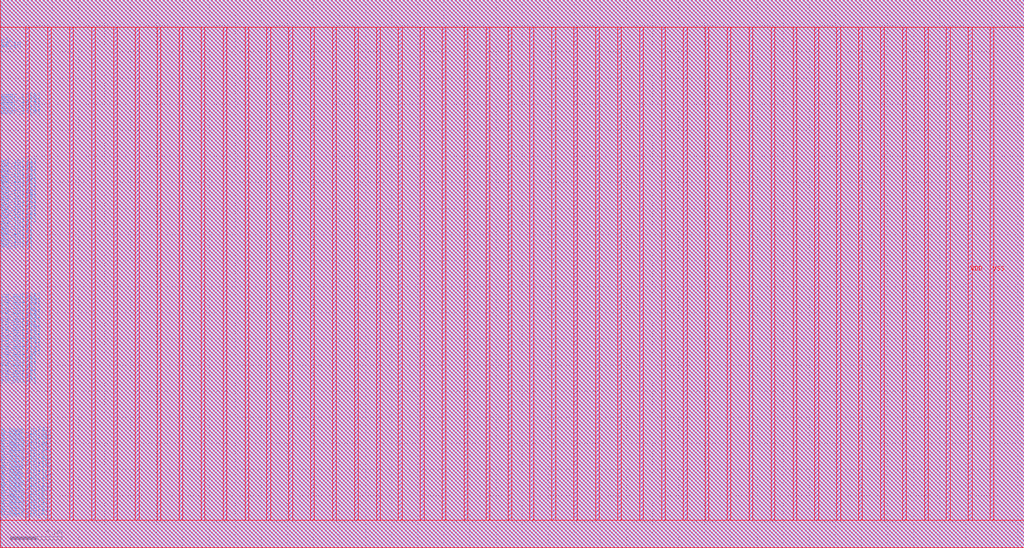
<source format=lef>
VERSION 5.7 ;
BUSBITCHARS "[]" ;
MACRO fakeram45_128x32
  FOREIGN fakeram45_128x32 0 0 ;
  SYMMETRY X Y R90 ;
  SIZE 78.470 BY 42.000 ;
  CLASS BLOCK ;
  PIN w_mask_in[0]
    DIRECTION INPUT ;
    USE SIGNAL ;
    SHAPE ABUTMENT ;
    PORT
      LAYER metal3 ;
      RECT 0.000 2.100 0.070 2.170 ;
    END
  END w_mask_in[0]
  PIN w_mask_in[1]
    DIRECTION INPUT ;
    USE SIGNAL ;
    SHAPE ABUTMENT ;
    PORT
      LAYER metal3 ;
      RECT 0.000 2.310 0.070 2.380 ;
    END
  END w_mask_in[1]
  PIN w_mask_in[2]
    DIRECTION INPUT ;
    USE SIGNAL ;
    SHAPE ABUTMENT ;
    PORT
      LAYER metal3 ;
      RECT 0.000 2.520 0.070 2.590 ;
    END
  END w_mask_in[2]
  PIN w_mask_in[3]
    DIRECTION INPUT ;
    USE SIGNAL ;
    SHAPE ABUTMENT ;
    PORT
      LAYER metal3 ;
      RECT 0.000 2.730 0.070 2.800 ;
    END
  END w_mask_in[3]
  PIN w_mask_in[4]
    DIRECTION INPUT ;
    USE SIGNAL ;
    SHAPE ABUTMENT ;
    PORT
      LAYER metal3 ;
      RECT 0.000 2.940 0.070 3.010 ;
    END
  END w_mask_in[4]
  PIN w_mask_in[5]
    DIRECTION INPUT ;
    USE SIGNAL ;
    SHAPE ABUTMENT ;
    PORT
      LAYER metal3 ;
      RECT 0.000 3.150 0.070 3.220 ;
    END
  END w_mask_in[5]
  PIN w_mask_in[6]
    DIRECTION INPUT ;
    USE SIGNAL ;
    SHAPE ABUTMENT ;
    PORT
      LAYER metal3 ;
      RECT 0.000 3.360 0.070 3.430 ;
    END
  END w_mask_in[6]
  PIN w_mask_in[7]
    DIRECTION INPUT ;
    USE SIGNAL ;
    SHAPE ABUTMENT ;
    PORT
      LAYER metal3 ;
      RECT 0.000 3.570 0.070 3.640 ;
    END
  END w_mask_in[7]
  PIN w_mask_in[8]
    DIRECTION INPUT ;
    USE SIGNAL ;
    SHAPE ABUTMENT ;
    PORT
      LAYER metal3 ;
      RECT 0.000 3.780 0.070 3.850 ;
    END
  END w_mask_in[8]
  PIN w_mask_in[9]
    DIRECTION INPUT ;
    USE SIGNAL ;
    SHAPE ABUTMENT ;
    PORT
      LAYER metal3 ;
      RECT 0.000 3.990 0.070 4.060 ;
    END
  END w_mask_in[9]
  PIN w_mask_in[10]
    DIRECTION INPUT ;
    USE SIGNAL ;
    SHAPE ABUTMENT ;
    PORT
      LAYER metal3 ;
      RECT 0.000 4.200 0.070 4.270 ;
    END
  END w_mask_in[10]
  PIN w_mask_in[11]
    DIRECTION INPUT ;
    USE SIGNAL ;
    SHAPE ABUTMENT ;
    PORT
      LAYER metal3 ;
      RECT 0.000 4.410 0.070 4.480 ;
    END
  END w_mask_in[11]
  PIN w_mask_in[12]
    DIRECTION INPUT ;
    USE SIGNAL ;
    SHAPE ABUTMENT ;
    PORT
      LAYER metal3 ;
      RECT 0.000 4.620 0.070 4.690 ;
    END
  END w_mask_in[12]
  PIN w_mask_in[13]
    DIRECTION INPUT ;
    USE SIGNAL ;
    SHAPE ABUTMENT ;
    PORT
      LAYER metal3 ;
      RECT 0.000 4.830 0.070 4.900 ;
    END
  END w_mask_in[13]
  PIN w_mask_in[14]
    DIRECTION INPUT ;
    USE SIGNAL ;
    SHAPE ABUTMENT ;
    PORT
      LAYER metal3 ;
      RECT 0.000 5.040 0.070 5.110 ;
    END
  END w_mask_in[14]
  PIN w_mask_in[15]
    DIRECTION INPUT ;
    USE SIGNAL ;
    SHAPE ABUTMENT ;
    PORT
      LAYER metal3 ;
      RECT 0.000 5.250 0.070 5.320 ;
    END
  END w_mask_in[15]
  PIN w_mask_in[16]
    DIRECTION INPUT ;
    USE SIGNAL ;
    SHAPE ABUTMENT ;
    PORT
      LAYER metal3 ;
      RECT 0.000 5.460 0.070 5.530 ;
    END
  END w_mask_in[16]
  PIN w_mask_in[17]
    DIRECTION INPUT ;
    USE SIGNAL ;
    SHAPE ABUTMENT ;
    PORT
      LAYER metal3 ;
      RECT 0.000 5.670 0.070 5.740 ;
    END
  END w_mask_in[17]
  PIN w_mask_in[18]
    DIRECTION INPUT ;
    USE SIGNAL ;
    SHAPE ABUTMENT ;
    PORT
      LAYER metal3 ;
      RECT 0.000 5.880 0.070 5.950 ;
    END
  END w_mask_in[18]
  PIN w_mask_in[19]
    DIRECTION INPUT ;
    USE SIGNAL ;
    SHAPE ABUTMENT ;
    PORT
      LAYER metal3 ;
      RECT 0.000 6.090 0.070 6.160 ;
    END
  END w_mask_in[19]
  PIN w_mask_in[20]
    DIRECTION INPUT ;
    USE SIGNAL ;
    SHAPE ABUTMENT ;
    PORT
      LAYER metal3 ;
      RECT 0.000 6.300 0.070 6.370 ;
    END
  END w_mask_in[20]
  PIN w_mask_in[21]
    DIRECTION INPUT ;
    USE SIGNAL ;
    SHAPE ABUTMENT ;
    PORT
      LAYER metal3 ;
      RECT 0.000 6.510 0.070 6.580 ;
    END
  END w_mask_in[21]
  PIN w_mask_in[22]
    DIRECTION INPUT ;
    USE SIGNAL ;
    SHAPE ABUTMENT ;
    PORT
      LAYER metal3 ;
      RECT 0.000 6.720 0.070 6.790 ;
    END
  END w_mask_in[22]
  PIN w_mask_in[23]
    DIRECTION INPUT ;
    USE SIGNAL ;
    SHAPE ABUTMENT ;
    PORT
      LAYER metal3 ;
      RECT 0.000 6.930 0.070 7.000 ;
    END
  END w_mask_in[23]
  PIN w_mask_in[24]
    DIRECTION INPUT ;
    USE SIGNAL ;
    SHAPE ABUTMENT ;
    PORT
      LAYER metal3 ;
      RECT 0.000 7.140 0.070 7.210 ;
    END
  END w_mask_in[24]
  PIN w_mask_in[25]
    DIRECTION INPUT ;
    USE SIGNAL ;
    SHAPE ABUTMENT ;
    PORT
      LAYER metal3 ;
      RECT 0.000 7.350 0.070 7.420 ;
    END
  END w_mask_in[25]
  PIN w_mask_in[26]
    DIRECTION INPUT ;
    USE SIGNAL ;
    SHAPE ABUTMENT ;
    PORT
      LAYER metal3 ;
      RECT 0.000 7.560 0.070 7.630 ;
    END
  END w_mask_in[26]
  PIN w_mask_in[27]
    DIRECTION INPUT ;
    USE SIGNAL ;
    SHAPE ABUTMENT ;
    PORT
      LAYER metal3 ;
      RECT 0.000 7.770 0.070 7.840 ;
    END
  END w_mask_in[27]
  PIN w_mask_in[28]
    DIRECTION INPUT ;
    USE SIGNAL ;
    SHAPE ABUTMENT ;
    PORT
      LAYER metal3 ;
      RECT 0.000 7.980 0.070 8.050 ;
    END
  END w_mask_in[28]
  PIN w_mask_in[29]
    DIRECTION INPUT ;
    USE SIGNAL ;
    SHAPE ABUTMENT ;
    PORT
      LAYER metal3 ;
      RECT 0.000 8.190 0.070 8.260 ;
    END
  END w_mask_in[29]
  PIN w_mask_in[30]
    DIRECTION INPUT ;
    USE SIGNAL ;
    SHAPE ABUTMENT ;
    PORT
      LAYER metal3 ;
      RECT 0.000 8.400 0.070 8.470 ;
    END
  END w_mask_in[30]
  PIN w_mask_in[31]
    DIRECTION INPUT ;
    USE SIGNAL ;
    SHAPE ABUTMENT ;
    PORT
      LAYER metal3 ;
      RECT 0.000 8.610 0.070 8.680 ;
    END
  END w_mask_in[31]
  PIN rd_out[0]
    DIRECTION OUTPUT ;
    USE SIGNAL ;
    SHAPE ABUTMENT ;
    PORT
      LAYER metal3 ;
      RECT 0.000 12.390 0.070 12.460 ;
    END
  END rd_out[0]
  PIN rd_out[1]
    DIRECTION OUTPUT ;
    USE SIGNAL ;
    SHAPE ABUTMENT ;
    PORT
      LAYER metal3 ;
      RECT 0.000 12.600 0.070 12.670 ;
    END
  END rd_out[1]
  PIN rd_out[2]
    DIRECTION OUTPUT ;
    USE SIGNAL ;
    SHAPE ABUTMENT ;
    PORT
      LAYER metal3 ;
      RECT 0.000 12.810 0.070 12.880 ;
    END
  END rd_out[2]
  PIN rd_out[3]
    DIRECTION OUTPUT ;
    USE SIGNAL ;
    SHAPE ABUTMENT ;
    PORT
      LAYER metal3 ;
      RECT 0.000 13.020 0.070 13.090 ;
    END
  END rd_out[3]
  PIN rd_out[4]
    DIRECTION OUTPUT ;
    USE SIGNAL ;
    SHAPE ABUTMENT ;
    PORT
      LAYER metal3 ;
      RECT 0.000 13.230 0.070 13.300 ;
    END
  END rd_out[4]
  PIN rd_out[5]
    DIRECTION OUTPUT ;
    USE SIGNAL ;
    SHAPE ABUTMENT ;
    PORT
      LAYER metal3 ;
      RECT 0.000 13.440 0.070 13.510 ;
    END
  END rd_out[5]
  PIN rd_out[6]
    DIRECTION OUTPUT ;
    USE SIGNAL ;
    SHAPE ABUTMENT ;
    PORT
      LAYER metal3 ;
      RECT 0.000 13.650 0.070 13.720 ;
    END
  END rd_out[6]
  PIN rd_out[7]
    DIRECTION OUTPUT ;
    USE SIGNAL ;
    SHAPE ABUTMENT ;
    PORT
      LAYER metal3 ;
      RECT 0.000 13.860 0.070 13.930 ;
    END
  END rd_out[7]
  PIN rd_out[8]
    DIRECTION OUTPUT ;
    USE SIGNAL ;
    SHAPE ABUTMENT ;
    PORT
      LAYER metal3 ;
      RECT 0.000 14.070 0.070 14.140 ;
    END
  END rd_out[8]
  PIN rd_out[9]
    DIRECTION OUTPUT ;
    USE SIGNAL ;
    SHAPE ABUTMENT ;
    PORT
      LAYER metal3 ;
      RECT 0.000 14.280 0.070 14.350 ;
    END
  END rd_out[9]
  PIN rd_out[10]
    DIRECTION OUTPUT ;
    USE SIGNAL ;
    SHAPE ABUTMENT ;
    PORT
      LAYER metal3 ;
      RECT 0.000 14.490 0.070 14.560 ;
    END
  END rd_out[10]
  PIN rd_out[11]
    DIRECTION OUTPUT ;
    USE SIGNAL ;
    SHAPE ABUTMENT ;
    PORT
      LAYER metal3 ;
      RECT 0.000 14.700 0.070 14.770 ;
    END
  END rd_out[11]
  PIN rd_out[12]
    DIRECTION OUTPUT ;
    USE SIGNAL ;
    SHAPE ABUTMENT ;
    PORT
      LAYER metal3 ;
      RECT 0.000 14.910 0.070 14.980 ;
    END
  END rd_out[12]
  PIN rd_out[13]
    DIRECTION OUTPUT ;
    USE SIGNAL ;
    SHAPE ABUTMENT ;
    PORT
      LAYER metal3 ;
      RECT 0.000 15.120 0.070 15.190 ;
    END
  END rd_out[13]
  PIN rd_out[14]
    DIRECTION OUTPUT ;
    USE SIGNAL ;
    SHAPE ABUTMENT ;
    PORT
      LAYER metal3 ;
      RECT 0.000 15.330 0.070 15.400 ;
    END
  END rd_out[14]
  PIN rd_out[15]
    DIRECTION OUTPUT ;
    USE SIGNAL ;
    SHAPE ABUTMENT ;
    PORT
      LAYER metal3 ;
      RECT 0.000 15.540 0.070 15.610 ;
    END
  END rd_out[15]
  PIN rd_out[16]
    DIRECTION OUTPUT ;
    USE SIGNAL ;
    SHAPE ABUTMENT ;
    PORT
      LAYER metal3 ;
      RECT 0.000 15.750 0.070 15.820 ;
    END
  END rd_out[16]
  PIN rd_out[17]
    DIRECTION OUTPUT ;
    USE SIGNAL ;
    SHAPE ABUTMENT ;
    PORT
      LAYER metal3 ;
      RECT 0.000 15.960 0.070 16.030 ;
    END
  END rd_out[17]
  PIN rd_out[18]
    DIRECTION OUTPUT ;
    USE SIGNAL ;
    SHAPE ABUTMENT ;
    PORT
      LAYER metal3 ;
      RECT 0.000 16.170 0.070 16.240 ;
    END
  END rd_out[18]
  PIN rd_out[19]
    DIRECTION OUTPUT ;
    USE SIGNAL ;
    SHAPE ABUTMENT ;
    PORT
      LAYER metal3 ;
      RECT 0.000 16.380 0.070 16.450 ;
    END
  END rd_out[19]
  PIN rd_out[20]
    DIRECTION OUTPUT ;
    USE SIGNAL ;
    SHAPE ABUTMENT ;
    PORT
      LAYER metal3 ;
      RECT 0.000 16.590 0.070 16.660 ;
    END
  END rd_out[20]
  PIN rd_out[21]
    DIRECTION OUTPUT ;
    USE SIGNAL ;
    SHAPE ABUTMENT ;
    PORT
      LAYER metal3 ;
      RECT 0.000 16.800 0.070 16.870 ;
    END
  END rd_out[21]
  PIN rd_out[22]
    DIRECTION OUTPUT ;
    USE SIGNAL ;
    SHAPE ABUTMENT ;
    PORT
      LAYER metal3 ;
      RECT 0.000 17.010 0.070 17.080 ;
    END
  END rd_out[22]
  PIN rd_out[23]
    DIRECTION OUTPUT ;
    USE SIGNAL ;
    SHAPE ABUTMENT ;
    PORT
      LAYER metal3 ;
      RECT 0.000 17.220 0.070 17.290 ;
    END
  END rd_out[23]
  PIN rd_out[24]
    DIRECTION OUTPUT ;
    USE SIGNAL ;
    SHAPE ABUTMENT ;
    PORT
      LAYER metal3 ;
      RECT 0.000 17.430 0.070 17.500 ;
    END
  END rd_out[24]
  PIN rd_out[25]
    DIRECTION OUTPUT ;
    USE SIGNAL ;
    SHAPE ABUTMENT ;
    PORT
      LAYER metal3 ;
      RECT 0.000 17.640 0.070 17.710 ;
    END
  END rd_out[25]
  PIN rd_out[26]
    DIRECTION OUTPUT ;
    USE SIGNAL ;
    SHAPE ABUTMENT ;
    PORT
      LAYER metal3 ;
      RECT 0.000 17.850 0.070 17.920 ;
    END
  END rd_out[26]
  PIN rd_out[27]
    DIRECTION OUTPUT ;
    USE SIGNAL ;
    SHAPE ABUTMENT ;
    PORT
      LAYER metal3 ;
      RECT 0.000 18.060 0.070 18.130 ;
    END
  END rd_out[27]
  PIN rd_out[28]
    DIRECTION OUTPUT ;
    USE SIGNAL ;
    SHAPE ABUTMENT ;
    PORT
      LAYER metal3 ;
      RECT 0.000 18.270 0.070 18.340 ;
    END
  END rd_out[28]
  PIN rd_out[29]
    DIRECTION OUTPUT ;
    USE SIGNAL ;
    SHAPE ABUTMENT ;
    PORT
      LAYER metal3 ;
      RECT 0.000 18.480 0.070 18.550 ;
    END
  END rd_out[29]
  PIN rd_out[30]
    DIRECTION OUTPUT ;
    USE SIGNAL ;
    SHAPE ABUTMENT ;
    PORT
      LAYER metal3 ;
      RECT 0.000 18.690 0.070 18.760 ;
    END
  END rd_out[30]
  PIN rd_out[31]
    DIRECTION OUTPUT ;
    USE SIGNAL ;
    SHAPE ABUTMENT ;
    PORT
      LAYER metal3 ;
      RECT 0.000 18.900 0.070 18.970 ;
    END
  END rd_out[31]
  PIN wd_in[0]
    DIRECTION INPUT ;
    USE SIGNAL ;
    SHAPE ABUTMENT ;
    PORT
      LAYER metal3 ;
      RECT 0.000 22.680 0.070 22.750 ;
    END
  END wd_in[0]
  PIN wd_in[1]
    DIRECTION INPUT ;
    USE SIGNAL ;
    SHAPE ABUTMENT ;
    PORT
      LAYER metal3 ;
      RECT 0.000 22.890 0.070 22.960 ;
    END
  END wd_in[1]
  PIN wd_in[2]
    DIRECTION INPUT ;
    USE SIGNAL ;
    SHAPE ABUTMENT ;
    PORT
      LAYER metal3 ;
      RECT 0.000 23.100 0.070 23.170 ;
    END
  END wd_in[2]
  PIN wd_in[3]
    DIRECTION INPUT ;
    USE SIGNAL ;
    SHAPE ABUTMENT ;
    PORT
      LAYER metal3 ;
      RECT 0.000 23.310 0.070 23.380 ;
    END
  END wd_in[3]
  PIN wd_in[4]
    DIRECTION INPUT ;
    USE SIGNAL ;
    SHAPE ABUTMENT ;
    PORT
      LAYER metal3 ;
      RECT 0.000 23.520 0.070 23.590 ;
    END
  END wd_in[4]
  PIN wd_in[5]
    DIRECTION INPUT ;
    USE SIGNAL ;
    SHAPE ABUTMENT ;
    PORT
      LAYER metal3 ;
      RECT 0.000 23.730 0.070 23.800 ;
    END
  END wd_in[5]
  PIN wd_in[6]
    DIRECTION INPUT ;
    USE SIGNAL ;
    SHAPE ABUTMENT ;
    PORT
      LAYER metal3 ;
      RECT 0.000 23.940 0.070 24.010 ;
    END
  END wd_in[6]
  PIN wd_in[7]
    DIRECTION INPUT ;
    USE SIGNAL ;
    SHAPE ABUTMENT ;
    PORT
      LAYER metal3 ;
      RECT 0.000 24.150 0.070 24.220 ;
    END
  END wd_in[7]
  PIN wd_in[8]
    DIRECTION INPUT ;
    USE SIGNAL ;
    SHAPE ABUTMENT ;
    PORT
      LAYER metal3 ;
      RECT 0.000 24.360 0.070 24.430 ;
    END
  END wd_in[8]
  PIN wd_in[9]
    DIRECTION INPUT ;
    USE SIGNAL ;
    SHAPE ABUTMENT ;
    PORT
      LAYER metal3 ;
      RECT 0.000 24.570 0.070 24.640 ;
    END
  END wd_in[9]
  PIN wd_in[10]
    DIRECTION INPUT ;
    USE SIGNAL ;
    SHAPE ABUTMENT ;
    PORT
      LAYER metal3 ;
      RECT 0.000 24.780 0.070 24.850 ;
    END
  END wd_in[10]
  PIN wd_in[11]
    DIRECTION INPUT ;
    USE SIGNAL ;
    SHAPE ABUTMENT ;
    PORT
      LAYER metal3 ;
      RECT 0.000 24.990 0.070 25.060 ;
    END
  END wd_in[11]
  PIN wd_in[12]
    DIRECTION INPUT ;
    USE SIGNAL ;
    SHAPE ABUTMENT ;
    PORT
      LAYER metal3 ;
      RECT 0.000 25.200 0.070 25.270 ;
    END
  END wd_in[12]
  PIN wd_in[13]
    DIRECTION INPUT ;
    USE SIGNAL ;
    SHAPE ABUTMENT ;
    PORT
      LAYER metal3 ;
      RECT 0.000 25.410 0.070 25.480 ;
    END
  END wd_in[13]
  PIN wd_in[14]
    DIRECTION INPUT ;
    USE SIGNAL ;
    SHAPE ABUTMENT ;
    PORT
      LAYER metal3 ;
      RECT 0.000 25.620 0.070 25.690 ;
    END
  END wd_in[14]
  PIN wd_in[15]
    DIRECTION INPUT ;
    USE SIGNAL ;
    SHAPE ABUTMENT ;
    PORT
      LAYER metal3 ;
      RECT 0.000 25.830 0.070 25.900 ;
    END
  END wd_in[15]
  PIN wd_in[16]
    DIRECTION INPUT ;
    USE SIGNAL ;
    SHAPE ABUTMENT ;
    PORT
      LAYER metal3 ;
      RECT 0.000 26.040 0.070 26.110 ;
    END
  END wd_in[16]
  PIN wd_in[17]
    DIRECTION INPUT ;
    USE SIGNAL ;
    SHAPE ABUTMENT ;
    PORT
      LAYER metal3 ;
      RECT 0.000 26.250 0.070 26.320 ;
    END
  END wd_in[17]
  PIN wd_in[18]
    DIRECTION INPUT ;
    USE SIGNAL ;
    SHAPE ABUTMENT ;
    PORT
      LAYER metal3 ;
      RECT 0.000 26.460 0.070 26.530 ;
    END
  END wd_in[18]
  PIN wd_in[19]
    DIRECTION INPUT ;
    USE SIGNAL ;
    SHAPE ABUTMENT ;
    PORT
      LAYER metal3 ;
      RECT 0.000 26.670 0.070 26.740 ;
    END
  END wd_in[19]
  PIN wd_in[20]
    DIRECTION INPUT ;
    USE SIGNAL ;
    SHAPE ABUTMENT ;
    PORT
      LAYER metal3 ;
      RECT 0.000 26.880 0.070 26.950 ;
    END
  END wd_in[20]
  PIN wd_in[21]
    DIRECTION INPUT ;
    USE SIGNAL ;
    SHAPE ABUTMENT ;
    PORT
      LAYER metal3 ;
      RECT 0.000 27.090 0.070 27.160 ;
    END
  END wd_in[21]
  PIN wd_in[22]
    DIRECTION INPUT ;
    USE SIGNAL ;
    SHAPE ABUTMENT ;
    PORT
      LAYER metal3 ;
      RECT 0.000 27.300 0.070 27.370 ;
    END
  END wd_in[22]
  PIN wd_in[23]
    DIRECTION INPUT ;
    USE SIGNAL ;
    SHAPE ABUTMENT ;
    PORT
      LAYER metal3 ;
      RECT 0.000 27.510 0.070 27.580 ;
    END
  END wd_in[23]
  PIN wd_in[24]
    DIRECTION INPUT ;
    USE SIGNAL ;
    SHAPE ABUTMENT ;
    PORT
      LAYER metal3 ;
      RECT 0.000 27.720 0.070 27.790 ;
    END
  END wd_in[24]
  PIN wd_in[25]
    DIRECTION INPUT ;
    USE SIGNAL ;
    SHAPE ABUTMENT ;
    PORT
      LAYER metal3 ;
      RECT 0.000 27.930 0.070 28.000 ;
    END
  END wd_in[25]
  PIN wd_in[26]
    DIRECTION INPUT ;
    USE SIGNAL ;
    SHAPE ABUTMENT ;
    PORT
      LAYER metal3 ;
      RECT 0.000 28.140 0.070 28.210 ;
    END
  END wd_in[26]
  PIN wd_in[27]
    DIRECTION INPUT ;
    USE SIGNAL ;
    SHAPE ABUTMENT ;
    PORT
      LAYER metal3 ;
      RECT 0.000 28.350 0.070 28.420 ;
    END
  END wd_in[27]
  PIN wd_in[28]
    DIRECTION INPUT ;
    USE SIGNAL ;
    SHAPE ABUTMENT ;
    PORT
      LAYER metal3 ;
      RECT 0.000 28.560 0.070 28.630 ;
    END
  END wd_in[28]
  PIN wd_in[29]
    DIRECTION INPUT ;
    USE SIGNAL ;
    SHAPE ABUTMENT ;
    PORT
      LAYER metal3 ;
      RECT 0.000 28.770 0.070 28.840 ;
    END
  END wd_in[29]
  PIN wd_in[30]
    DIRECTION INPUT ;
    USE SIGNAL ;
    SHAPE ABUTMENT ;
    PORT
      LAYER metal3 ;
      RECT 0.000 28.980 0.070 29.050 ;
    END
  END wd_in[30]
  PIN wd_in[31]
    DIRECTION INPUT ;
    USE SIGNAL ;
    SHAPE ABUTMENT ;
    PORT
      LAYER metal3 ;
      RECT 0.000 29.190 0.070 29.260 ;
    END
  END wd_in[31]
  PIN addr_in[0]
    DIRECTION INPUT ;
    USE SIGNAL ;
    SHAPE ABUTMENT ;
    PORT
      LAYER metal3 ;
      RECT 0.000 32.970 0.070 33.040 ;
    END
  END addr_in[0]
  PIN addr_in[1]
    DIRECTION INPUT ;
    USE SIGNAL ;
    SHAPE ABUTMENT ;
    PORT
      LAYER metal3 ;
      RECT 0.000 33.180 0.070 33.250 ;
    END
  END addr_in[1]
  PIN addr_in[2]
    DIRECTION INPUT ;
    USE SIGNAL ;
    SHAPE ABUTMENT ;
    PORT
      LAYER metal3 ;
      RECT 0.000 33.390 0.070 33.460 ;
    END
  END addr_in[2]
  PIN addr_in[3]
    DIRECTION INPUT ;
    USE SIGNAL ;
    SHAPE ABUTMENT ;
    PORT
      LAYER metal3 ;
      RECT 0.000 33.600 0.070 33.670 ;
    END
  END addr_in[3]
  PIN addr_in[4]
    DIRECTION INPUT ;
    USE SIGNAL ;
    SHAPE ABUTMENT ;
    PORT
      LAYER metal3 ;
      RECT 0.000 33.810 0.070 33.880 ;
    END
  END addr_in[4]
  PIN addr_in[5]
    DIRECTION INPUT ;
    USE SIGNAL ;
    SHAPE ABUTMENT ;
    PORT
      LAYER metal3 ;
      RECT 0.000 34.020 0.070 34.090 ;
    END
  END addr_in[5]
  PIN addr_in[6]
    DIRECTION INPUT ;
    USE SIGNAL ;
    SHAPE ABUTMENT ;
    PORT
      LAYER metal3 ;
      RECT 0.000 34.230 0.070 34.300 ;
    END
  END addr_in[6]
  PIN we_in
    DIRECTION INPUT ;
    USE SIGNAL ;
    SHAPE ABUTMENT ;
    PORT
      LAYER metal3 ;
      RECT 0.000 38.010 0.070 38.080 ;
    END
  END we_in
  PIN ce_in
    DIRECTION INPUT ;
    USE SIGNAL ;
    SHAPE ABUTMENT ;
    PORT
      LAYER metal3 ;
      RECT 0.000 38.220 0.070 38.290 ;
    END
  END ce_in
  PIN clk
    DIRECTION INPUT ;
    USE SIGNAL ;
    SHAPE ABUTMENT ;
    PORT
      LAYER metal3 ;
      RECT 0.000 38.430 0.070 38.500 ;
    END
  END clk
  PIN VSS
    DIRECTION INOUT ;
    USE GROUND ;
    PORT
      LAYER metal4 ;
      RECT 1.960 2.100 2.240 39.900 ;
      RECT 5.320 2.100 5.600 39.900 ;
      RECT 8.680 2.100 8.960 39.900 ;
      RECT 12.040 2.100 12.320 39.900 ;
      RECT 15.400 2.100 15.680 39.900 ;
      RECT 18.760 2.100 19.040 39.900 ;
      RECT 22.120 2.100 22.400 39.900 ;
      RECT 25.480 2.100 25.760 39.900 ;
      RECT 28.840 2.100 29.120 39.900 ;
      RECT 32.200 2.100 32.480 39.900 ;
      RECT 35.560 2.100 35.840 39.900 ;
      RECT 38.920 2.100 39.200 39.900 ;
      RECT 42.280 2.100 42.560 39.900 ;
      RECT 45.640 2.100 45.920 39.900 ;
      RECT 49.000 2.100 49.280 39.900 ;
      RECT 52.360 2.100 52.640 39.900 ;
      RECT 55.720 2.100 56.000 39.900 ;
      RECT 59.080 2.100 59.360 39.900 ;
      RECT 62.440 2.100 62.720 39.900 ;
      RECT 65.800 2.100 66.080 39.900 ;
      RECT 69.160 2.100 69.440 39.900 ;
      RECT 72.520 2.100 72.800 39.900 ;
      RECT 75.880 2.100 76.160 39.900 ;
    END
  END VSS
  PIN VDD
    DIRECTION INOUT ;
    USE POWER ;
    PORT
      LAYER metal4 ;
      RECT 3.640 2.100 3.920 39.900 ;
      RECT 7.000 2.100 7.280 39.900 ;
      RECT 10.360 2.100 10.640 39.900 ;
      RECT 13.720 2.100 14.000 39.900 ;
      RECT 17.080 2.100 17.360 39.900 ;
      RECT 20.440 2.100 20.720 39.900 ;
      RECT 23.800 2.100 24.080 39.900 ;
      RECT 27.160 2.100 27.440 39.900 ;
      RECT 30.520 2.100 30.800 39.900 ;
      RECT 33.880 2.100 34.160 39.900 ;
      RECT 37.240 2.100 37.520 39.900 ;
      RECT 40.600 2.100 40.880 39.900 ;
      RECT 43.960 2.100 44.240 39.900 ;
      RECT 47.320 2.100 47.600 39.900 ;
      RECT 50.680 2.100 50.960 39.900 ;
      RECT 54.040 2.100 54.320 39.900 ;
      RECT 57.400 2.100 57.680 39.900 ;
      RECT 60.760 2.100 61.040 39.900 ;
      RECT 64.120 2.100 64.400 39.900 ;
      RECT 67.480 2.100 67.760 39.900 ;
      RECT 70.840 2.100 71.120 39.900 ;
      RECT 74.200 2.100 74.480 39.900 ;
    END
  END VDD
  OBS
    LAYER metal1 ;
    RECT 0 0 78.470 42.000 ;
    LAYER metal2 ;
    RECT 0 0 78.470 42.000 ;
    LAYER metal3 ;
    RECT 0.070 0 78.470 42.000 ;
    RECT 0 0.000 0.070 2.100 ;
    RECT 0 2.170 0.070 2.310 ;
    RECT 0 2.380 0.070 2.520 ;
    RECT 0 2.590 0.070 2.730 ;
    RECT 0 2.800 0.070 2.940 ;
    RECT 0 3.010 0.070 3.150 ;
    RECT 0 3.220 0.070 3.360 ;
    RECT 0 3.430 0.070 3.570 ;
    RECT 0 3.640 0.070 3.780 ;
    RECT 0 3.850 0.070 3.990 ;
    RECT 0 4.060 0.070 4.200 ;
    RECT 0 4.270 0.070 4.410 ;
    RECT 0 4.480 0.070 4.620 ;
    RECT 0 4.690 0.070 4.830 ;
    RECT 0 4.900 0.070 5.040 ;
    RECT 0 5.110 0.070 5.250 ;
    RECT 0 5.320 0.070 5.460 ;
    RECT 0 5.530 0.070 5.670 ;
    RECT 0 5.740 0.070 5.880 ;
    RECT 0 5.950 0.070 6.090 ;
    RECT 0 6.160 0.070 6.300 ;
    RECT 0 6.370 0.070 6.510 ;
    RECT 0 6.580 0.070 6.720 ;
    RECT 0 6.790 0.070 6.930 ;
    RECT 0 7.000 0.070 7.140 ;
    RECT 0 7.210 0.070 7.350 ;
    RECT 0 7.420 0.070 7.560 ;
    RECT 0 7.630 0.070 7.770 ;
    RECT 0 7.840 0.070 7.980 ;
    RECT 0 8.050 0.070 8.190 ;
    RECT 0 8.260 0.070 8.400 ;
    RECT 0 8.470 0.070 8.610 ;
    RECT 0 8.680 0.070 12.390 ;
    RECT 0 12.460 0.070 12.600 ;
    RECT 0 12.670 0.070 12.810 ;
    RECT 0 12.880 0.070 13.020 ;
    RECT 0 13.090 0.070 13.230 ;
    RECT 0 13.300 0.070 13.440 ;
    RECT 0 13.510 0.070 13.650 ;
    RECT 0 13.720 0.070 13.860 ;
    RECT 0 13.930 0.070 14.070 ;
    RECT 0 14.140 0.070 14.280 ;
    RECT 0 14.350 0.070 14.490 ;
    RECT 0 14.560 0.070 14.700 ;
    RECT 0 14.770 0.070 14.910 ;
    RECT 0 14.980 0.070 15.120 ;
    RECT 0 15.190 0.070 15.330 ;
    RECT 0 15.400 0.070 15.540 ;
    RECT 0 15.610 0.070 15.750 ;
    RECT 0 15.820 0.070 15.960 ;
    RECT 0 16.030 0.070 16.170 ;
    RECT 0 16.240 0.070 16.380 ;
    RECT 0 16.450 0.070 16.590 ;
    RECT 0 16.660 0.070 16.800 ;
    RECT 0 16.870 0.070 17.010 ;
    RECT 0 17.080 0.070 17.220 ;
    RECT 0 17.290 0.070 17.430 ;
    RECT 0 17.500 0.070 17.640 ;
    RECT 0 17.710 0.070 17.850 ;
    RECT 0 17.920 0.070 18.060 ;
    RECT 0 18.130 0.070 18.270 ;
    RECT 0 18.340 0.070 18.480 ;
    RECT 0 18.550 0.070 18.690 ;
    RECT 0 18.760 0.070 18.900 ;
    RECT 0 18.970 0.070 22.680 ;
    RECT 0 22.750 0.070 22.890 ;
    RECT 0 22.960 0.070 23.100 ;
    RECT 0 23.170 0.070 23.310 ;
    RECT 0 23.380 0.070 23.520 ;
    RECT 0 23.590 0.070 23.730 ;
    RECT 0 23.800 0.070 23.940 ;
    RECT 0 24.010 0.070 24.150 ;
    RECT 0 24.220 0.070 24.360 ;
    RECT 0 24.430 0.070 24.570 ;
    RECT 0 24.640 0.070 24.780 ;
    RECT 0 24.850 0.070 24.990 ;
    RECT 0 25.060 0.070 25.200 ;
    RECT 0 25.270 0.070 25.410 ;
    RECT 0 25.480 0.070 25.620 ;
    RECT 0 25.690 0.070 25.830 ;
    RECT 0 25.900 0.070 26.040 ;
    RECT 0 26.110 0.070 26.250 ;
    RECT 0 26.320 0.070 26.460 ;
    RECT 0 26.530 0.070 26.670 ;
    RECT 0 26.740 0.070 26.880 ;
    RECT 0 26.950 0.070 27.090 ;
    RECT 0 27.160 0.070 27.300 ;
    RECT 0 27.370 0.070 27.510 ;
    RECT 0 27.580 0.070 27.720 ;
    RECT 0 27.790 0.070 27.930 ;
    RECT 0 28.000 0.070 28.140 ;
    RECT 0 28.210 0.070 28.350 ;
    RECT 0 28.420 0.070 28.560 ;
    RECT 0 28.630 0.070 28.770 ;
    RECT 0 28.840 0.070 28.980 ;
    RECT 0 29.050 0.070 29.190 ;
    RECT 0 29.260 0.070 32.970 ;
    RECT 0 33.040 0.070 33.180 ;
    RECT 0 33.250 0.070 33.390 ;
    RECT 0 33.460 0.070 33.600 ;
    RECT 0 33.670 0.070 33.810 ;
    RECT 0 33.880 0.070 34.020 ;
    RECT 0 34.090 0.070 34.230 ;
    RECT 0 34.300 0.070 38.010 ;
    RECT 0 38.080 0.070 38.220 ;
    RECT 0 38.290 0.070 38.430 ;
    RECT 0 38.500 0.070 42.000 ;
    LAYER metal4 ;
    RECT 0 0 78.470 2.100 ;
    RECT 0 39.900 78.470 42.000 ;
    RECT 0.000 2.100 1.960 39.900 ;
    RECT 2.240 2.100 3.640 39.900 ;
    RECT 3.920 2.100 5.320 39.900 ;
    RECT 5.600 2.100 7.000 39.900 ;
    RECT 7.280 2.100 8.680 39.900 ;
    RECT 8.960 2.100 10.360 39.900 ;
    RECT 10.640 2.100 12.040 39.900 ;
    RECT 12.320 2.100 13.720 39.900 ;
    RECT 14.000 2.100 15.400 39.900 ;
    RECT 15.680 2.100 17.080 39.900 ;
    RECT 17.360 2.100 18.760 39.900 ;
    RECT 19.040 2.100 20.440 39.900 ;
    RECT 20.720 2.100 22.120 39.900 ;
    RECT 22.400 2.100 23.800 39.900 ;
    RECT 24.080 2.100 25.480 39.900 ;
    RECT 25.760 2.100 27.160 39.900 ;
    RECT 27.440 2.100 28.840 39.900 ;
    RECT 29.120 2.100 30.520 39.900 ;
    RECT 30.800 2.100 32.200 39.900 ;
    RECT 32.480 2.100 33.880 39.900 ;
    RECT 34.160 2.100 35.560 39.900 ;
    RECT 35.840 2.100 37.240 39.900 ;
    RECT 37.520 2.100 38.920 39.900 ;
    RECT 39.200 2.100 40.600 39.900 ;
    RECT 40.880 2.100 42.280 39.900 ;
    RECT 42.560 2.100 43.960 39.900 ;
    RECT 44.240 2.100 45.640 39.900 ;
    RECT 45.920 2.100 47.320 39.900 ;
    RECT 47.600 2.100 49.000 39.900 ;
    RECT 49.280 2.100 50.680 39.900 ;
    RECT 50.960 2.100 52.360 39.900 ;
    RECT 52.640 2.100 54.040 39.900 ;
    RECT 54.320 2.100 55.720 39.900 ;
    RECT 56.000 2.100 57.400 39.900 ;
    RECT 57.680 2.100 59.080 39.900 ;
    RECT 59.360 2.100 60.760 39.900 ;
    RECT 61.040 2.100 62.440 39.900 ;
    RECT 62.720 2.100 64.120 39.900 ;
    RECT 64.400 2.100 65.800 39.900 ;
    RECT 66.080 2.100 67.480 39.900 ;
    RECT 67.760 2.100 69.160 39.900 ;
    RECT 69.440 2.100 70.840 39.900 ;
    RECT 71.120 2.100 72.520 39.900 ;
    RECT 72.800 2.100 74.200 39.900 ;
    RECT 74.480 2.100 75.880 39.900 ;
    RECT 76.160 2.100 78.470 39.900 ;
    LAYER OVERLAP ;
    RECT 0 0 78.470 42.000 ;
  END
END fakeram45_128x32

END LIBRARY

</source>
